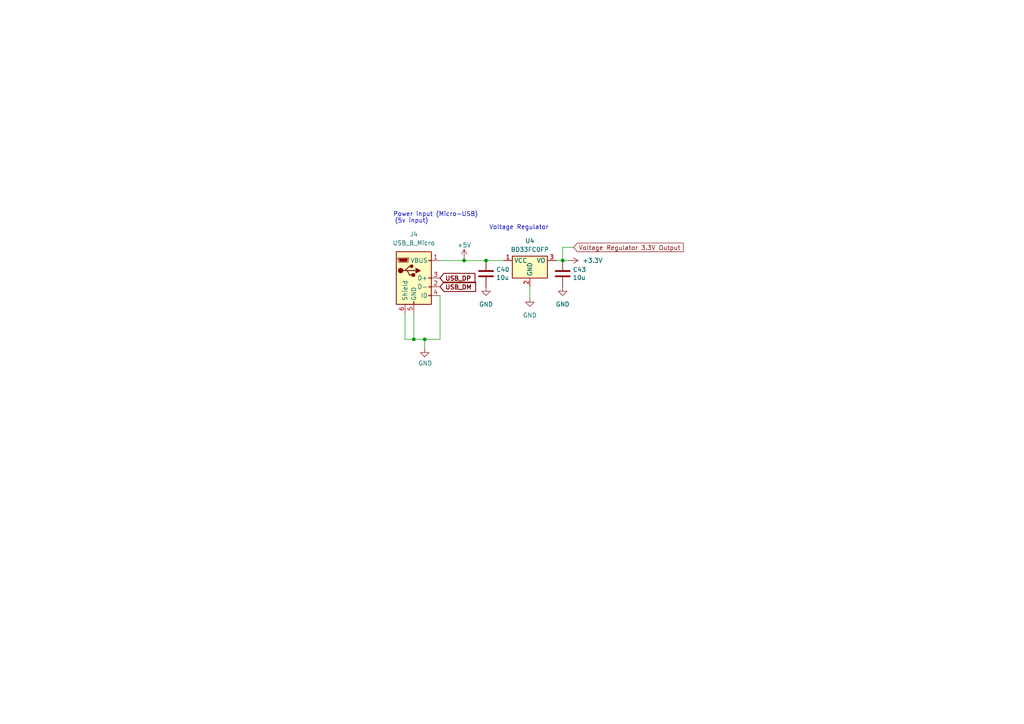
<source format=kicad_sch>
(kicad_sch (version 20250114) (generator "eeschema") (generator_version "9.0")
  (paper "A4")
  (lib_symbols
    (symbol "Connector:USB_B_Micro" (pin_names (offset 1.016))
      (property "Reference" "J2" (at 0 12.7 0))
      (property "Value" "USB_B_Micro" (at 0 10.16 0))
      (symbol "USB_B_Micro_0_1"
        (rectangle (start -5.08 -7.62) (end 5.08 7.62) (stroke (width 0.254)) (fill (type background)))
        (polyline (pts (xy -4.699 5.842) (xy -4.699 5.588) (xy -4.445 4.826) (xy -4.445 4.572) (xy -1.651 4.572) (xy -1.651 4.826) (xy -1.397 5.588) (xy -1.397 5.842) (xy -4.699 5.842)))
        (polyline (pts (xy -4.318 5.588) (xy -1.778 5.588) (xy -2.032 4.826) (xy -4.064 4.826) (xy -4.318 5.588)) (fill (type outline)))
        (circle (center -3.81 2.159) (radius 0.635) (stroke (width 0.254)) (fill (type outline)))
        (polyline (pts (xy -3.175 2.159) (xy -2.54 2.159) (xy -1.27 3.429) (xy -0.635 3.429)) (stroke (width 0.254)))
        (polyline (pts (xy -2.54 2.159) (xy -1.905 2.159) (xy -1.27 0.889) (xy 0 0.889)) (stroke (width 0.254)))
        (polyline (pts (xy -1.905 2.159) (xy 0.635 2.159)) (stroke (width 0.254)))
        (circle (center -0.635 3.429) (radius 0.381) (stroke (width 0.254)) (fill (type outline)))
        (rectangle (start -0.127 -7.62) (end 0.127 -6.858))
        (rectangle (start 0.254 1.27) (end -0.508 0.508) (stroke (width 0.254)) (fill (type outline)))
        (polyline (pts (xy 0.635 2.794) (xy 0.635 1.524) (xy 1.905 2.159) (xy 0.635 2.794)) (stroke (width 0.254)) (fill (type outline)))
        (rectangle (start 5.08 4.953) (end 4.318 5.207))
        (rectangle (start 5.08 -0.127) (end 4.318 0.127))
        (rectangle (start 5.08 -2.667) (end 4.318 -2.413))
        (rectangle (start 5.08 -5.207) (end 4.318 -4.953))
      )
      (symbol "USB_B_Micro_1_1"
        (pin passive line (at -2.54 -10.16 90) (length 2.54) (name "Shield") (number "6"))
        (pin power_out line (at 0 -10.16 90) (length 2.54) (name "GND") (number "5"))
        (pin power_out line (at 7.62 5.08 180) (length 2.54) (name "VBUS") (number "1"))
        (pin bidirectional line (at 7.62 0 180) (length 2.54) (name "D+") (number "3"))
        (pin bidirectional line (at 7.62 -2.54 180) (length 2.54) (name "D-") (number "2"))
        (pin passive line (at 7.62 -5.08 180) (length 2.54) (name "ID") (number "4"))
      )
    )
    (symbol "Device:C" (pin_numbers (hide yes)) (pin_names (offset 0.254))
      (property "Reference" "C" (at 0.635 2.54 0))
      (property "Value" "C" (at 0.635 -2.54 0))
      (symbol "C_0_1"
        (polyline (pts (xy -2.032 0.762) (xy 2.032 0.762)) (stroke (width 0.508)))
        (polyline (pts (xy -2.032 -0.762) (xy 2.032 -0.762)) (stroke (width 0.508)))
      )
      (symbol "C_1_1"
        (pin passive line (at 0 3.81 270) (length 2.794) (name "~") (number "1"))
        (pin passive line (at 0 -3.81 90) (length 2.794) (name "~") (number "2"))
      )
    )
    (symbol "Regulator_Linear:BD33FC0FP"
      (property "Reference" "U" (at 0 7.62 0))
      (property "Value" "BD33FC0FP" (at 0 5.08 0))
      (symbol "BD33FC0FP_1_1"
        (rectangle (start -5.08 -5.08) (end 5.08 1.27) (stroke (width 0.254)) (fill (type background)))
        (pin power_in line (at -7.62 0 0) (length 2.54) (name "VCC") (number "1"))
        (pin power_in line (at 0 -7.62 90) (length 2.54) (name "GND") (number "2"))
        (pin power_out line (at 7.62 0 180) (length 2.54) (name "VO") (number "3"))
      )
    )
    (symbol "power:+3.3V" (power) (pin_numbers (hide yes)) (pin_names (offset 0) (hide yes))
      (property "Value" "+3.3V" (at 0 3.556 0))
      (symbol "+3.3V_0_1"
        (polyline (pts (xy -0.762 1.27) (xy 0 2.54)))
        (polyline (pts (xy 0 2.54) (xy 0.762 1.27)))
        (polyline (pts (xy 0 0) (xy 0 2.54)))
      )
      (symbol "+3.3V_1_1"
        (pin power_in line (at 0 0 90) (length 0) (name "~") (number "1"))
      )
    )
    (symbol "power:+5V" (power) (pin_numbers (hide yes)) (pin_names (offset 0) (hide yes))
      (property "Value" "+5V" (at 0 3.556 0))
      (symbol "+5V_0_1"
        (polyline (pts (xy -0.762 1.27) (xy 0 2.54)))
        (polyline (pts (xy 0 2.54) (xy 0.762 1.27)))
        (polyline (pts (xy 0 0) (xy 0 2.54)))
      )
      (symbol "+5V_1_1"
        (pin power_in line (at 0 0 90) (length 0) (name "~") (number "1"))
      )
    )
    (symbol "power:GND" (power) (pin_numbers (hide yes)) (pin_names (offset 0) (hide yes))
      (property "Value" "GND" (at 0 -3.81 0))
      (symbol "GND_0_1"
        (polyline (pts (xy 0 0) (xy 0 -1.27) (xy 1.27 -1.27) (xy 0 -2.54) (xy -1.27 -1.27) (xy 0 -1.27)))
      )
      (symbol "GND_1_1"
        (pin power_in line (at 0 0 270) (length 0) (name "~") (number "1"))
      )
    )
  )
  (text "(5v input)" (at 119.38 64.135 0) (effects (font (size 1.27 1.27))))
  (text "Power input (Micro-USB)" (at 126.365 62.23 0) (effects (font (size 1.27 1.27))))
  (text "Voltage Regulator" (at 150.495 66.04 0) (effects (font (size 1.27 1.27))))
  (junction (at 163.195 75.565))
  (junction (at 120.015 98.425))
  (junction (at 140.97 75.565))
  (junction (at 134.62 75.565))
  (junction (at 123.19 98.425))
  (wire (pts (xy 127.635 85.725) (xy 127.635 98.425)))
  (wire (pts (xy 127.635 75.565) (xy 134.62 75.565)))
  (wire (pts (xy 117.475 98.425) (xy 120.015 98.425)))
  (wire (pts (xy 140.97 75.565) (xy 146.05 75.565)))
  (wire (pts (xy 120.015 98.425) (xy 123.19 98.425)))
  (wire (pts (xy 166.37 71.755) (xy 163.195 71.755)))
  (wire (pts (xy 120.015 90.805) (xy 120.015 98.425)))
  (wire (pts (xy 153.67 83.185) (xy 153.67 86.36)))
  (wire (pts (xy 123.19 98.425) (xy 127.635 98.425)))
  (wire (pts (xy 134.62 74.93) (xy 134.62 75.565)))
  (wire (pts (xy 163.195 71.755) (xy 163.195 75.565)))
  (wire (pts (xy 134.62 75.565) (xy 140.97 75.565)))
  (wire (pts (xy 161.29 75.565) (xy 163.195 75.565)))
  (wire (pts (xy 123.19 98.425) (xy 123.19 100.965)))
  (wire (pts (xy 117.475 90.805) (xy 117.475 98.425)))
  (wire (pts (xy 163.195 75.565) (xy 165.1 75.565)))
  (global_label "Voltage Regulator 3.3V Output" (shape input) (at 166.37 71.755 0) (property "Intersheetrefs" "${INTERSHEET_REFS}" (effects (hide yes))))
  (global_label "USB_DM" (shape input) (at 127.635 83.185 0) (effects (font (thickness 0.254) (bold yes))) (property "Intersheetrefs" "${INTERSHEET_REFS}" (effects (hide yes))))
  (global_label "USB_DP" (shape input) (at 127.635 80.645 0) (effects (font (thickness 0.254) (bold yes))) (property "Intersheetrefs" "${INTERSHEET_REFS}" (effects (hide yes))))
  (symbol (lib_id "Device:C") (at 140.97 79.375 0) (unit 1)
    (property "Reference" "C40" (at 143.891 78.2066 0) (effects (justify left)))
    (property "Value" "10u" (at 143.891 80.518 0) (effects (justify left)))
    (property "Footprint" "Capacitor_SMD:C_0402_1005Metric" (effects (hide yes)))
  )
  (symbol (lib_id "power:GND") (at 163.195 83.185 0) (unit 1)
    (property "Reference" "#PWR07" (effects (hide yes)))
    (property "Value" "GND" (at 163.195 88.265 0))
    (property "Description" "Power symbol creates a global label with name \"GND\" , ground" (effects (hide yes)))
  )
  (symbol (lib_id "power:+5V") (at 134.62 74.93 0) (unit 1)
    (property "Reference" "#PWR086" (effects (hide yes)))
    (property "Value" "+5V" (at 134.62 71.12 0))
    (property "Description" "Power symbol creates a global label with name \"+5V\"" (effects (hide yes)))
  )
  (symbol (lib_id "Connector:USB_B_Micro") (at 120.015 80.645 0) (unit 1)
    (property "Reference" "J4" (at 120.015 67.945 0))
    (property "Value" "USB_B_Micro" (at 120.015 70.485 0))
    (property "Footprint" "1my_footprints:microUSB" (effects (hide yes)))
    (property "Description" "USB Micro Type B connector" (effects (hide yes)))
  )
  (symbol (lib_id "power:GND") (at 123.19 100.965 0) (unit 1)
    (property "Reference" "#PWR089" (effects (hide yes)))
    (property "Value" "GND" (at 123.317 105.3592 0))
  )
  (symbol (lib_id "power:GND") (at 153.67 86.36 0) (unit 1)
    (property "Reference" "#PWR06" (effects (hide yes)))
    (property "Value" "GND" (at 153.67 91.44 0))
    (property "Description" "Power symbol creates a global label with name \"GND\" , ground" (effects (hide yes)))
  )
  (symbol (lib_id "power:GND") (at 140.97 83.185 0) (unit 1)
    (property "Reference" "#PWR087" (effects (hide yes)))
    (property "Value" "GND" (at 140.97 88.265 0))
    (property "Description" "Power symbol creates a global label with name \"GND\" , ground" (effects (hide yes)))
  )
  (symbol (lib_id "Regulator_Linear:BD33FC0FP") (at 153.67 75.565 0) (unit 1)
    (property "Reference" "U4" (at 153.67 69.85 0))
    (property "Value" "BD33FC0FP" (at 153.67 72.39 0))
    (property "Footprint" "Package_TO_SOT_SMD:TO-252-2" (effects (hide yes)))
    (property "Datasheet" "https://fscdn.rohm.com/en/products/databook/datasheet/ic/power/linear_regulator/bdxxfc0wefj-e.pdf" (effects (hide yes)))
    (property "Description" "1A, 3.3V LDO regulator with OVP & TSP, without enable, TO-252" (effects (hide yes)))
  )
  (symbol (lib_id "Device:C") (at 163.195 79.375 0) (unit 1)
    (property "Reference" "C43" (at 166.116 78.2066 0) (effects (justify left)))
    (property "Value" "10u" (at 166.116 80.518 0) (effects (justify left)))
    (property "Footprint" "Capacitor_SMD:C_0402_1005Metric" (effects (hide yes)))
  )
  (symbol (lib_id "power:+3.3V") (at 165.1 75.565 270) (unit 1)
    (property "Reference" "#PWR088" (effects (hide yes)))
    (property "Value" "+3.3V" (at 168.91 75.5649 90) (effects (justify left)))
    (property "Description" "Power symbol creates a global label with name \"+3.3V\"" (effects (hide yes)))
  )
)
</source>
